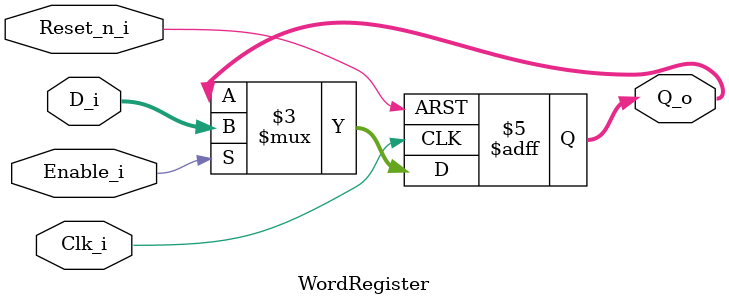
<source format=v>
module WordRegister (
  (* intersynth_port = "Reset_n_i" *)
  input Reset_n_i,
  (* intersynth_port = "Clk_i" *)
  input Clk_i,
  (* intersynth_conntype = "Word" *)
  input[15:0] D_i,
  (* intersynth_conntype = "Word" *)
  output reg [15:0] Q_o,
  (* intersynth_conntype = "Bit" *)
  input Enable_i
);

  always @(negedge Reset_n_i or posedge Clk_i)
  begin
    if (!Reset_n_i)
    begin
      Q_o <= 16'd0;
    end
    else
    begin
      if (Enable_i)
      begin
        Q_o <= D_i;
      end
    end  
  end

endmodule

</source>
